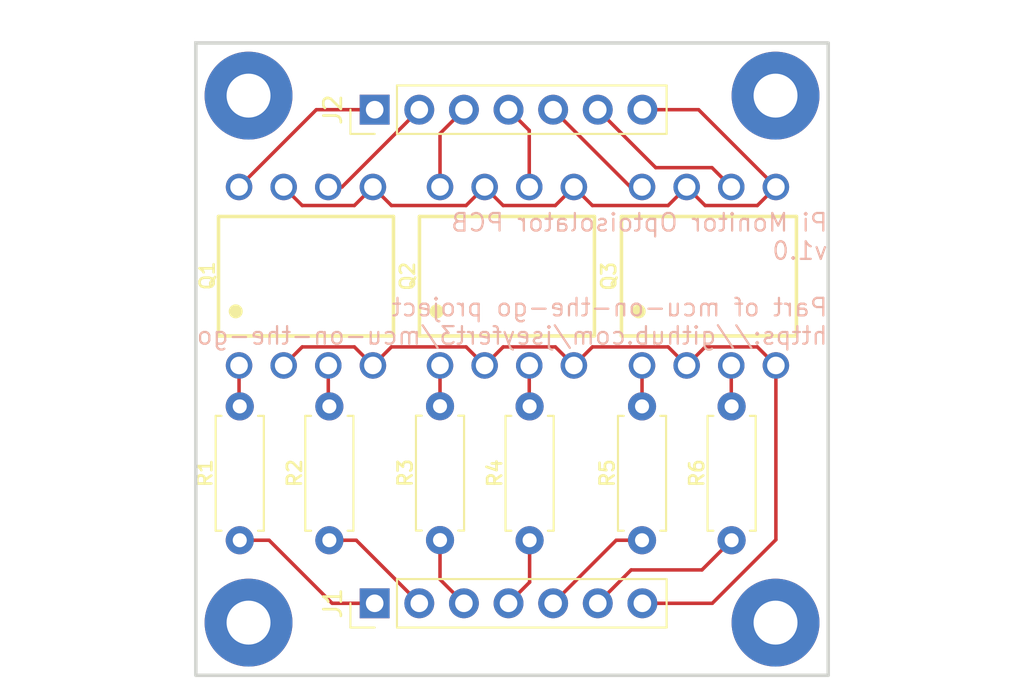
<source format=kicad_pcb>
(kicad_pcb (version 20241229) (generator "pcbnew") (generator_version "9.0")
  (title_block (title "Pi Monitor Optoisolator PCB") (date "2025-07-18") (rev "v1.0") (comment 1 "See details at https://github.com/jseyfert3/mcu-on-the-go") (comment 2 "Released under GPL-3.0-or-later license") (comment 3 "Copyright 2025 Jonathan Seyfert"))
  (layers (0 "F.Cu" signal) (2 "B.Cu" signal) (13 "F.Paste" user) (15 "B.Paste" user) (5 "F.SilkS" user "F.Silkscreen") (7 "B.SilkS" user "B.Silkscreen") (1 "F.Mask" user) (3 "B.Mask" user) (25 "Edge.Cuts" user))
  (net 0 "")
  (net 1 "Net-(J2-Pin_2)")
  (net 2 "Net-(J2-Pin_4)")
  (net 3 "Net-(J2-Pin_5)")
  (net 4 "Net-(J2-Pin_6)")
  (net 5 "Net-(J2-Pin_3)")
  (net 6 "Net-(J2-Pin_1)")
  (net 7 "GND1")
  (net 8 "Net-(J1-Pin_5)")
  (net 9 "Net-(J1-Pin_1)")
  (net 10 "Net-(J1-Pin_4)")
  (net 11 "Net-(J1-Pin_3)")
  (net 12 "Net-(J1-Pin_2)")
  (net 13 "GND")
  (net 14 "Net-(J1-Pin_6)")
  (net 15 "Net-(Q1-Pad1)")
  (net 16 "Net-(Q1-Pad3)")
  (net 17 "Net-(Q2-Pad3)")
  (net 18 "Net-(Q2-Pad1)")
  (net 19 "Net-(Q3-Pad3)")
  (net 20 "Net-(Q3-Pad1)")
  (footprint "Resistor_THT:R_Axial_DIN0207_L6.3mm_D2.5mm_P7.62mm_Horizontal" (layer "F.Cu") (at 51.5 90.31 90)
    (property "Reference" "R1" (at 3.82 -1.98 90) (layer "F.SilkS") (effects (font (size 0.8 0.8))))
    (property "Value" "330")
    (fp_line (start 7.08 -1.37) (end 7.08 -1.04) (stroke (width 0.12)) (layer "F.SilkS"))
    (fp_line (start 0.54 -1.37) (end 7.08 -1.37) (stroke (width 0.12)) (layer "F.SilkS"))
    (fp_line (start 0.54 -1.04) (end 0.54 -1.37) (stroke (width 0.12)) (layer "F.SilkS"))
    (fp_line (start 0.54 1.04) (end 0.54 1.37) (stroke (width 0.12)) (layer "F.SilkS"))
    (fp_line (start 7.08 1.37) (end 7.08 1.04) (stroke (width 0.12)) (layer "F.SilkS"))
    (fp_line (start 0.54 1.37) (end 7.08 1.37) (stroke (width 0.12)) (layer "F.SilkS"))
    (pad "1" thru_hole circle (at 0 0 90) (size 1.6 1.6) (drill 0.8) (layers "*.Cu" "*.Mask") (net 9 "Net-(J1-Pin_1)"))
    (pad "2" thru_hole circle (at 7.62 0 90) (size 1.6 1.6) (drill 0.8) (layers "*.Cu" "*.Mask") (net 15 "Net-(Q1-Pad1)"))
  )
  (footprint "Connector_PinHeader_2.54mm:PinHeader_1x07_P2.54mm_Vertical" (layer "F.Cu") (at 59.18 93.9 90)
    (property "Reference" "J1" (at 0 -2.38 90) (layer "F.SilkS"))
    (property "Value" "Conn_01x07_Pin" (hide yes))
    (fp_line (start -1.38 -1.38) (end 0 -1.38) (stroke (width 0.12)) (layer "F.SilkS"))
    (fp_line (start -1.38 0) (end -1.38 -1.38) (stroke (width 0.12)) (layer "F.SilkS"))
    (fp_line (start 1.38 1.27) (end 1.38 16.62) (stroke (width 0.12)) (layer "F.SilkS"))
    (fp_line (start -1.38 1.27) (end 1.38 1.27) (stroke (width 0.12)) (layer "F.SilkS"))
    (fp_line (start -1.38 1.27) (end -1.38 16.62) (stroke (width 0.12)) (layer "F.SilkS"))
    (fp_line (start -1.38 16.62) (end 1.38 16.62) (stroke (width 0.12)) (layer "F.SilkS"))
    (pad "1" thru_hole rect (at 0 0 90) (size 1.7 1.7) (drill 1) (layers "*.Cu" "*.Mask") (net 9 "Net-(J1-Pin_1)"))
    (pad "2" thru_hole circle (at 0 2.54 90) (size 1.7 1.7) (drill 1) (layers "*.Cu" "*.Mask") (net 12 "Net-(J1-Pin_2)"))
    (pad "3" thru_hole circle (at 0 5.08 90) (size 1.7 1.7) (drill 1) (layers "*.Cu" "*.Mask") (net 11 "Net-(J1-Pin_3)"))
    (pad "4" thru_hole circle (at 0 7.62 90) (size 1.7 1.7) (drill 1) (layers "*.Cu" "*.Mask") (net 10 "Net-(J1-Pin_4)"))
    (pad "5" thru_hole circle (at 0 10.16 90) (size 1.7 1.7) (drill 1) (layers "*.Cu" "*.Mask") (net 8 "Net-(J1-Pin_5)"))
    (pad "6" thru_hole circle (at 0 12.7 90) (size 1.7 1.7) (drill 1) (layers "*.Cu" "*.Mask") (net 14 "Net-(J1-Pin_6)"))
    (pad "7" thru_hole circle (at 0 15.24 90) (size 1.7 1.7) (drill 1) (layers "*.Cu" "*.Mask") (net 13 "GND"))
  )
  (footprint "MountingHole:MountingHole_2.5mm_Pad_TopBottom" (layer "F.Cu") (at 52 65)
    (property "Reference" "REF**" (hide yes))
    (property "Value" "MountingHole_2.5mm_Pad_TopBottom")
    (pad "1" thru_hole circle (at 0 0) (size 2.9 2.9) (drill 2.5) (layers "*.Cu" "*.Mask"))
    (pad "1" connect circle (at 0 0) (size 5 5) (layers "F.Cu" "F.Mask"))
    (pad "1" connect circle (at 0 0) (size 5 5) (layers "B.Cu" "B.Mask"))
  )
  (footprint "140827181010:WL-OCPT_DIP8_M-TYPE" (layer "F.Cu") (at 78.21 75.28)
    (property "Reference" "Q3" (at -5.7 0 90) (layer "F.SilkS") (effects (font (size 0.8 0.8))))
    (property "Value" "140827181010")
    (fp_line (start -4.98 -3.4) (end 4.98 -3.4) (stroke (width 0.2)) (layer "F.SilkS"))
    (fp_line (start -4.98 3.4) (end -4.98 -3.4) (stroke (width 0.2)) (layer "F.SilkS"))
    (fp_line (start 4.98 -3.4) (end 4.98 3.4) (stroke (width 0.2)) (layer "F.SilkS"))
    (fp_line (start 4.98 3.4) (end -4.98 3.4) (stroke (width 0.2)) (layer "F.SilkS"))
    (fp_circle (center -4 2) (end -3.8 2) (stroke (width 0.4)) (fill no) (layer "F.SilkS"))
    (pad "1" thru_hole circle (at -3.81 5.08) (size 1.508 1.508) (drill 1) (layers "*.Cu" "*.Mask") (net 20 "Net-(Q3-Pad1)"))
    (pad "2" thru_hole circle (at -1.27 5.08) (size 1.508 1.508) (drill 1) (layers "*.Cu" "*.Mask") (net 13 "GND"))
    (pad "3" thru_hole circle (at 1.27 5.08) (size 1.508 1.508) (drill 1) (layers "*.Cu" "*.Mask") (net 19 "Net-(Q3-Pad3)"))
    (pad "4" thru_hole circle (at 3.81 5.08) (size 1.508 1.508) (drill 1) (layers "*.Cu" "*.Mask") (net 13 "GND"))
    (pad "5" thru_hole circle (at 3.81 -5.08) (size 1.508 1.508) (drill 1) (layers "*.Cu" "*.Mask") (net 7 "GND1"))
    (pad "6" thru_hole circle (at 1.27 -5.08) (size 1.508 1.508) (drill 1) (layers "*.Cu" "*.Mask") (net 4 "Net-(J2-Pin_6)"))
    (pad "7" thru_hole circle (at -1.27 -5.08) (size 1.508 1.508) (drill 1) (layers "*.Cu" "*.Mask") (net 7 "GND1"))
    (pad "8" thru_hole circle (at -3.81 -5.08) (size 1.508 1.508) (drill 1) (layers "*.Cu" "*.Mask") (net 3 "Net-(J2-Pin_5)"))
  )
  (footprint "Connector_PinHeader_2.54mm:PinHeader_1x07_P2.54mm_Vertical" (layer "F.Cu") (at 59.18 65.8 90)
    (property "Reference" "J2" (at 0 -2.38 90) (layer "F.SilkS"))
    (property "Value" "Conn_01x07_Pin")
    (fp_line (start -1.38 -1.38) (end 0 -1.38) (stroke (width 0.12)) (layer "F.SilkS"))
    (fp_line (start -1.38 0) (end -1.38 -1.38) (stroke (width 0.12)) (layer "F.SilkS"))
    (fp_line (start 1.38 1.27) (end 1.38 16.62) (stroke (width 0.12)) (layer "F.SilkS"))
    (fp_line (start -1.38 1.27) (end 1.38 1.27) (stroke (width 0.12)) (layer "F.SilkS"))
    (fp_line (start -1.38 1.27) (end -1.38 16.62) (stroke (width 0.12)) (layer "F.SilkS"))
    (fp_line (start -1.38 16.62) (end 1.38 16.62) (stroke (width 0.12)) (layer "F.SilkS"))
    (pad "1" thru_hole rect (at 0 0 90) (size 1.7 1.7) (drill 1) (layers "*.Cu" "*.Mask") (net 6 "Net-(J2-Pin_1)"))
    (pad "2" thru_hole circle (at 0 2.54 90) (size 1.7 1.7) (drill 1) (layers "*.Cu" "*.Mask") (net 1 "Net-(J2-Pin_2)"))
    (pad "3" thru_hole circle (at 0 5.08 90) (size 1.7 1.7) (drill 1) (layers "*.Cu" "*.Mask") (net 5 "Net-(J2-Pin_3)"))
    (pad "4" thru_hole circle (at 0 7.62 90) (size 1.7 1.7) (drill 1) (layers "*.Cu" "*.Mask") (net 2 "Net-(J2-Pin_4)"))
    (pad "5" thru_hole circle (at 0 10.16 90) (size 1.7 1.7) (drill 1) (layers "*.Cu" "*.Mask") (net 3 "Net-(J2-Pin_5)"))
    (pad "6" thru_hole circle (at 0 12.7 90) (size 1.7 1.7) (drill 1) (layers "*.Cu" "*.Mask") (net 4 "Net-(J2-Pin_6)"))
    (pad "7" thru_hole circle (at 0 15.24 90) (size 1.7 1.7) (drill 1) (layers "*.Cu" "*.Mask") (net 7 "GND1"))
  )
  (footprint "Resistor_THT:R_Axial_DIN0207_L6.3mm_D2.5mm_P7.62mm_Horizontal" (layer "F.Cu") (at 79.5 90.31 90)
    (property "Reference" "R6" (at 3.82 -1.98 90) (layer "F.SilkS") (effects (font (size 0.8 0.8))))
    (property "Value" "330")
    (fp_line (start 7.08 -1.37) (end 7.08 -1.04) (stroke (width 0.12)) (layer "F.SilkS"))
    (fp_line (start 0.54 -1.37) (end 7.08 -1.37) (stroke (width 0.12)) (layer "F.SilkS"))
    (fp_line (start 0.54 -1.04) (end 0.54 -1.37) (stroke (width 0.12)) (layer "F.SilkS"))
    (fp_line (start 0.54 1.04) (end 0.54 1.37) (stroke (width 0.12)) (layer "F.SilkS"))
    (fp_line (start 7.08 1.37) (end 7.08 1.04) (stroke (width 0.12)) (layer "F.SilkS"))
    (fp_line (start 0.54 1.37) (end 7.08 1.37) (stroke (width 0.12)) (layer "F.SilkS"))
    (pad "1" thru_hole circle (at 0 0 90) (size 1.6 1.6) (drill 0.8) (layers "*.Cu" "*.Mask") (net 14 "Net-(J1-Pin_6)"))
    (pad "2" thru_hole circle (at 7.62 0 90) (size 1.6 1.6) (drill 0.8) (layers "*.Cu" "*.Mask") (net 19 "Net-(Q3-Pad3)"))
  )
  (footprint "140827181010:WL-OCPT_DIP8_M-TYPE" (layer "F.Cu") (at 55.27 75.28)
    (property "Reference" "Q1" (at -5.62 -0.03 90) (layer "F.SilkS") (effects (font (size 0.8 0.8))))
    (property "Value" "140827181010")
    (fp_line (start -4.98 -3.4) (end 4.98 -3.4) (stroke (width 0.2)) (layer "F.SilkS"))
    (fp_line (start -4.98 3.4) (end -4.98 -3.4) (stroke (width 0.2)) (layer "F.SilkS"))
    (fp_line (start 4.98 -3.4) (end 4.98 3.4) (stroke (width 0.2)) (layer "F.SilkS"))
    (fp_line (start 4.98 3.4) (end -4.98 3.4) (stroke (width 0.2)) (layer "F.SilkS"))
    (fp_circle (center -4 2) (end -3.8 2) (stroke (width 0.4)) (fill no) (layer "F.SilkS"))
    (pad "1" thru_hole circle (at -3.81 5.08) (size 1.508 1.508) (drill 1) (layers "*.Cu" "*.Mask") (net 15 "Net-(Q1-Pad1)"))
    (pad "2" thru_hole circle (at -1.27 5.08) (size 1.508 1.508) (drill 1) (layers "*.Cu" "*.Mask") (net 13 "GND"))
    (pad "3" thru_hole circle (at 1.27 5.08) (size 1.508 1.508) (drill 1) (layers "*.Cu" "*.Mask") (net 16 "Net-(Q1-Pad3)"))
    (pad "4" thru_hole circle (at 3.81 5.08) (size 1.508 1.508) (drill 1) (layers "*.Cu" "*.Mask") (net 13 "GND"))
    (pad "5" thru_hole circle (at 3.81 -5.08) (size 1.508 1.508) (drill 1) (layers "*.Cu" "*.Mask") (net 7 "GND1"))
    (pad "6" thru_hole circle (at 1.27 -5.08) (size 1.508 1.508) (drill 1) (layers "*.Cu" "*.Mask") (net 1 "Net-(J2-Pin_2)"))
    (pad "7" thru_hole circle (at -1.27 -5.08) (size 1.508 1.508) (drill 1) (layers "*.Cu" "*.Mask") (net 7 "GND1"))
    (pad "8" thru_hole circle (at -3.81 -5.08) (size 1.508 1.508) (drill 1) (layers "*.Cu" "*.Mask") (net 6 "Net-(J2-Pin_1)"))
  )
  (footprint "MountingHole:MountingHole_2.5mm_Pad_TopBottom" (layer "F.Cu") (at 52 95)
    (property "Reference" "REF**" (hide yes))
    (property "Value" "MountingHole_2.5mm_Pad_TopBottom")
    (pad "1" thru_hole circle (at 0 0) (size 2.9 2.9) (drill 2.5) (layers "*.Cu" "*.Mask"))
    (pad "1" connect circle (at 0 0) (size 5 5) (layers "F.Cu" "F.Mask"))
    (pad "1" connect circle (at 0 0) (size 5 5) (layers "B.Cu" "B.Mask"))
  )
  (footprint "MountingHole:MountingHole_2.5mm_Pad_TopBottom" (layer "F.Cu") (at 82 65)
    (property "Reference" "REF**" (hide yes))
    (property "Value" "MountingHole_2.5mm_Pad_TopBottom")
    (pad "1" thru_hole circle (at 0 0) (size 2.9 2.9) (drill 2.5) (layers "*.Cu" "*.Mask"))
    (pad "1" connect circle (at 0 0) (size 5 5) (layers "F.Cu" "F.Mask"))
    (pad "1" connect circle (at 0 0) (size 5 5) (layers "B.Cu" "B.Mask"))
  )
  (footprint "Resistor_THT:R_Axial_DIN0207_L6.3mm_D2.5mm_P7.62mm_Horizontal" (layer "F.Cu") (at 56.6 90.31 90)
    (property "Reference" "R2" (at 3.82 -1.98 90) (layer "F.SilkS") (effects (font (size 0.8 0.8))))
    (property "Value" "330")
    (fp_line (start 7.08 -1.37) (end 7.08 -1.04) (stroke (width 0.12)) (layer "F.SilkS"))
    (fp_line (start 0.54 -1.37) (end 7.08 -1.37) (stroke (width 0.12)) (layer "F.SilkS"))
    (fp_line (start 0.54 -1.04) (end 0.54 -1.37) (stroke (width 0.12)) (layer "F.SilkS"))
    (fp_line (start 0.54 1.04) (end 0.54 1.37) (stroke (width 0.12)) (layer "F.SilkS"))
    (fp_line (start 7.08 1.37) (end 7.08 1.04) (stroke (width 0.12)) (layer "F.SilkS"))
    (fp_line (start 0.54 1.37) (end 7.08 1.37) (stroke (width 0.12)) (layer "F.SilkS"))
    (pad "1" thru_hole circle (at 0 0 90) (size 1.6 1.6) (drill 0.8) (layers "*.Cu" "*.Mask") (net 12 "Net-(J1-Pin_2)"))
    (pad "2" thru_hole circle (at 7.62 0 90) (size 1.6 1.6) (drill 0.8) (layers "*.Cu" "*.Mask") (net 16 "Net-(Q1-Pad3)"))
  )
  (footprint "140827181010:WL-OCPT_DIP8_M-TYPE" (layer "F.Cu") (at 66.71 75.28)
    (property "Reference" "Q2" (at -5.66 0 90) (layer "F.SilkS") (effects (font (size 0.8 0.8))))
    (property "Value" "140827181010")
    (fp_line (start -4.98 -3.4) (end 4.98 -3.4) (stroke (width 0.2)) (layer "F.SilkS"))
    (fp_line (start -4.98 3.4) (end -4.98 -3.4) (stroke (width 0.2)) (layer "F.SilkS"))
    (fp_line (start 4.98 -3.4) (end 4.98 3.4) (stroke (width 0.2)) (layer "F.SilkS"))
    (fp_line (start 4.98 3.4) (end -4.98 3.4) (stroke (width 0.2)) (layer "F.SilkS"))
    (fp_circle (center -4 2) (end -3.8 2) (stroke (width 0.4)) (fill no) (layer "F.SilkS"))
    (pad "1" thru_hole circle (at -3.81 5.08) (size 1.508 1.508) (drill 1) (layers "*.Cu" "*.Mask") (net 18 "Net-(Q2-Pad1)"))
    (pad "2" thru_hole circle (at -1.27 5.08) (size 1.508 1.508) (drill 1) (layers "*.Cu" "*.Mask") (net 13 "GND"))
    (pad "3" thru_hole circle (at 1.27 5.08) (size 1.508 1.508) (drill 1) (layers "*.Cu" "*.Mask") (net 17 "Net-(Q2-Pad3)"))
    (pad "4" thru_hole circle (at 3.81 5.08) (size 1.508 1.508) (drill 1) (layers "*.Cu" "*.Mask") (net 13 "GND"))
    (pad "5" thru_hole circle (at 3.81 -5.08) (size 1.508 1.508) (drill 1) (layers "*.Cu" "*.Mask") (net 7 "GND1"))
    (pad "6" thru_hole circle (at 1.27 -5.08) (size 1.508 1.508) (drill 1) (layers "*.Cu" "*.Mask") (net 2 "Net-(J2-Pin_4)"))
    (pad "7" thru_hole circle (at -1.27 -5.08) (size 1.508 1.508) (drill 1) (layers "*.Cu" "*.Mask") (net 7 "GND1"))
    (pad "8" thru_hole circle (at -3.81 -5.08) (size 1.508 1.508) (drill 1) (layers "*.Cu" "*.Mask") (net 5 "Net-(J2-Pin_3)"))
  )
  (footprint "Resistor_THT:R_Axial_DIN0207_L6.3mm_D2.5mm_P7.62mm_Horizontal" (layer "F.Cu") (at 62.9 90.3 90)
    (property "Reference" "R3" (at 3.82 -1.98 90) (layer "F.SilkS") (effects (font (size 0.8 0.8))))
    (property "Value" "330")
    (fp_line (start 7.08 -1.37) (end 7.08 -1.04) (stroke (width 0.12)) (layer "F.SilkS"))
    (fp_line (start 0.54 -1.37) (end 7.08 -1.37) (stroke (width 0.12)) (layer "F.SilkS"))
    (fp_line (start 0.54 -1.04) (end 0.54 -1.37) (stroke (width 0.12)) (layer "F.SilkS"))
    (fp_line (start 0.54 1.04) (end 0.54 1.37) (stroke (width 0.12)) (layer "F.SilkS"))
    (fp_line (start 7.08 1.37) (end 7.08 1.04) (stroke (width 0.12)) (layer "F.SilkS"))
    (fp_line (start 0.54 1.37) (end 7.08 1.37) (stroke (width 0.12)) (layer "F.SilkS"))
    (pad "1" thru_hole circle (at 0 0 90) (size 1.6 1.6) (drill 0.8) (layers "*.Cu" "*.Mask") (net 11 "Net-(J1-Pin_3)"))
    (pad "2" thru_hole circle (at 7.62 0 90) (size 1.6 1.6) (drill 0.8) (layers "*.Cu" "*.Mask") (net 18 "Net-(Q2-Pad1)"))
  )
  (footprint "MountingHole:MountingHole_2.5mm_Pad_TopBottom" (layer "F.Cu") (at 82 95)
    (property "Reference" "REF**" (hide yes))
    (property "Value" "MountingHole_2.5mm_Pad_TopBottom")
    (pad "1" thru_hole circle (at 0 0) (size 2.9 2.9) (drill 2.5) (layers "*.Cu" "*.Mask"))
    (pad "1" connect circle (at 0 0) (size 5 5) (layers "F.Cu" "F.Mask"))
    (pad "1" connect circle (at 0 0) (size 5 5) (layers "B.Cu" "B.Mask"))
  )
  (footprint "Resistor_THT:R_Axial_DIN0207_L6.3mm_D2.5mm_P7.62mm_Horizontal" (layer "F.Cu") (at 74.4 90.31 90)
    (property "Reference" "R5" (at 3.82 -1.98 90) (layer "F.SilkS") (effects (font (size 0.8 0.8))))
    (property "Value" "330")
    (fp_line (start 7.08 -1.37) (end 7.08 -1.04) (stroke (width 0.12)) (layer "F.SilkS"))
    (fp_line (start 0.54 -1.37) (end 7.08 -1.37) (stroke (width 0.12)) (layer "F.SilkS"))
    (fp_line (start 0.54 -1.04) (end 0.54 -1.37) (stroke (width 0.12)) (layer "F.SilkS"))
    (fp_line (start 0.54 1.04) (end 0.54 1.37) (stroke (width 0.12)) (layer "F.SilkS"))
    (fp_line (start 7.08 1.37) (end 7.08 1.04) (stroke (width 0.12)) (layer "F.SilkS"))
    (fp_line (start 0.54 1.37) (end 7.08 1.37) (stroke (width 0.12)) (layer "F.SilkS"))
    (pad "1" thru_hole circle (at 0 0 90) (size 1.6 1.6) (drill 0.8) (layers "*.Cu" "*.Mask") (net 8 "Net-(J1-Pin_5)"))
    (pad "2" thru_hole circle (at 7.62 0 90) (size 1.6 1.6) (drill 0.8) (layers "*.Cu" "*.Mask") (net 20 "Net-(Q3-Pad1)"))
  )
  (footprint "Resistor_THT:R_Axial_DIN0207_L6.3mm_D2.5mm_P7.62mm_Horizontal" (layer "F.Cu") (at 68 90.31 90)
    (property "Reference" "R4" (at 3.82 -1.98 90) (layer "F.SilkS") (effects (font (size 0.8 0.8))))
    (property "Value" "330")
    (fp_line (start 7.08 -1.37) (end 7.08 -1.04) (stroke (width 0.12)) (layer "F.SilkS"))
    (fp_line (start 0.54 -1.37) (end 7.08 -1.37) (stroke (width 0.12)) (layer "F.SilkS"))
    (fp_line (start 0.54 -1.04) (end 0.54 -1.37) (stroke (width 0.12)) (layer "F.SilkS"))
    (fp_line (start 0.54 1.04) (end 0.54 1.37) (stroke (width 0.12)) (layer "F.SilkS"))
    (fp_line (start 7.08 1.37) (end 7.08 1.04) (stroke (width 0.12)) (layer "F.SilkS"))
    (fp_line (start 0.54 1.37) (end 7.08 1.37) (stroke (width 0.12)) (layer "F.SilkS"))
    (pad "1" thru_hole circle (at 0 0 90) (size 1.6 1.6) (drill 0.8) (layers "*.Cu" "*.Mask") (net 10 "Net-(J1-Pin_4)"))
    (pad "2" thru_hole circle (at 7.62 0 90) (size 1.6 1.6) (drill 0.8) (layers "*.Cu" "*.Mask") (net 17 "Net-(Q2-Pad3)"))
  )
  (gr_rect (start 49 62) (end 85 98) (stroke (width 0.2)) (fill no) (layer "Edge.Cuts"))
  (gr_text "Pi Monitor Optoisolator PCB\nv1.0\n\nPart of mcu-on-the-go project\nhttps://github.com/jseyfert3/mcu-on-the-go" (at 85.04 79.25 0) (layer "B.SilkS") (effects (font (size 1 1) (thickness 0.127)) (justify left bottom mirror)))
  (segment (start 57.32 70.2) (end 61.72 65.8) (width 0.2) (layer "F.Cu") (net 1))
  (segment (start 56.54 70.2) (end 57.32 70.2) (width 0.2) (layer "F.Cu") (net 1))
  (segment (start 67.98 66.98) (end 66.8 65.8) (width 0.2) (layer "F.Cu") (net 2))
  (segment (start 67.98 70.2) (end 67.98 66.98) (width 0.2) (layer "F.Cu") (net 2))
  (segment (start 74.4 70.2) (end 73.74 70.2) (width 0.2) (layer "F.Cu") (net 3))
  (segment (start 73.74 70.2) (end 69.34 65.8) (width 0.2) (layer "F.Cu") (net 3))
  (segment (start 75.18 69.1) (end 71.88 65.8) (width 0.2) (layer "F.Cu") (net 4))
  (segment (start 78.38 69.1) (end 75.18 69.1) (width 0.2) (layer "F.Cu") (net 4))
  (segment (start 79.48 70.2) (end 78.38 69.1) (width 0.2) (layer "F.Cu") (net 4))
  (segment (start 62.9 70.2) (end 62.9 67.16) (width 0.2) (layer "F.Cu") (net 5))
  (segment (start 62.9 67.16) (end 64.26 65.8) (width 0.2) (layer "F.Cu") (net 5))
  (segment (start 55.86 65.8) (end 59.18 65.8) (width 0.2) (layer "F.Cu") (net 6))
  (segment (start 51.46 70.2) (end 55.86 65.8) (width 0.2) (layer "F.Cu") (net 6))
  (segment (start 70.52 70.2) (end 71.575 71.255) (width 0.2) (layer "F.Cu") (net 7))
  (segment (start 75.885 71.255) (end 76.94 70.2) (width 0.2) (layer "F.Cu") (net 7))
  (segment (start 55.055 71.255) (end 58.025 71.255) (width 0.2) (layer "F.Cu") (net 7))
  (segment (start 69.465 71.255) (end 70.52 70.2) (width 0.2) (layer "F.Cu") (net 7))
  (segment (start 77.62 65.8) (end 82.02 70.2) (width 0.2) (layer "F.Cu") (net 7))
  (segment (start 76.94 70.2) (end 77.995 71.255) (width 0.2) (layer "F.Cu") (net 7))
  (segment (start 54 70.2) (end 55.055 71.255) (width 0.2) (layer "F.Cu") (net 7))
  (segment (start 74.42 65.8) (end 77.62 65.8) (width 0.2) (layer "F.Cu") (net 7))
  (segment (start 59.08 70.2) (end 60.135 71.255) (width 0.2) (layer "F.Cu") (net 7))
  (segment (start 77.995 71.255) (end 80.965 71.255) (width 0.2) (layer "F.Cu") (net 7))
  (segment (start 71.575 71.255) (end 75.885 71.255) (width 0.2) (layer "F.Cu") (net 7))
  (segment (start 70.52 69.98) (end 70.7 69.8) (width 0.2) (layer "F.Cu") (net 7))
  (segment (start 60.135 71.255) (end 64.385 71.255) (width 0.2) (layer "F.Cu") (net 7))
  (segment (start 66.495 71.255) (end 69.465 71.255) (width 0.2) (layer "F.Cu") (net 7))
  (segment (start 58.025 71.255) (end 59.08 70.2) (width 0.2) (layer "F.Cu") (net 7))
  (segment (start 64.385 71.255) (end 65.44 70.2) (width 0.2) (layer "F.Cu") (net 7))
  (segment (start 80.965 71.255) (end 82.02 70.2) (width 0.2) (layer "F.Cu") (net 7))
  (segment (start 65.44 70.2) (end 66.495 71.255) (width 0.2) (layer "F.Cu") (net 7))
  (segment (start 69.34 93.9) (end 72.93 90.31) (width 0.2) (layer "F.Cu") (net 8))
  (segment (start 72.93 90.31) (end 74.4 90.31) (width 0.2) (layer "F.Cu") (net 8))
  (segment (start 59.18 93.9) (end 56.76 93.9) (width 0.2) (layer "F.Cu") (net 9))
  (segment (start 56.76 93.9) (end 53.17 90.31) (width 0.2) (layer "F.Cu") (net 9))
  (segment (start 53.17 90.31) (end 51.5 90.31) (width 0.2) (layer "F.Cu") (net 9))
  (segment (start 66.8 93.9) (end 68 92.7) (width 0.2) (layer "F.Cu") (net 10))
  (segment (start 68 92.7) (end 68 90.31) (width 0.2) (layer "F.Cu") (net 10))
  (segment (start 62.9 92.54) (end 62.9 90.3) (width 0.2) (layer "F.Cu") (net 11))
  (segment (start 64.26 93.9) (end 62.9 92.54) (width 0.2) (layer "F.Cu") (net 11))
  (segment (start 61.72 93.9) (end 58.13 90.31) (width 0.2) (layer "F.Cu") (net 12))
  (segment (start 58.13 90.31) (end 56.6 90.31) (width 0.2) (layer "F.Cu") (net 12))
  (segment (start 66.495 79.305) (end 69.465 79.305) (width 0.2) (layer "F.Cu") (net 13))
  (segment (start 78.4 93.9) (end 82.02 90.28) (width 0.2) (layer "F.Cu") (net 13))
  (segment (start 69.465 79.305) (end 70.52 80.36) (width 0.2) (layer "F.Cu") (net 13))
  (segment (start 54 80.36) (end 55.055 79.305) (width 0.2) (layer "F.Cu") (net 13))
  (segment (start 71.575 79.305) (end 75.885 79.305) (width 0.2) (layer "F.Cu") (net 13))
  (segment (start 80.965 79.305) (end 82.02 80.36) (width 0.2) (layer "F.Cu") (net 13))
  (segment (start 75.885 79.305) (end 76.94 80.36) (width 0.2) (layer "F.Cu") (net 13))
  (segment (start 55.055 79.305) (end 58.025 79.305) (width 0.2) (layer "F.Cu") (net 13))
  (segment (start 64.385 79.305) (end 65.44 80.36) (width 0.2) (layer "F.Cu") (net 13))
  (segment (start 82.02 90.28) (end 82.02 80.36) (width 0.2) (layer "F.Cu") (net 13))
  (segment (start 76.94 80.36) (end 77.995 79.305) (width 0.2) (layer "F.Cu") (net 13))
  (segment (start 70.52 80.36) (end 71.575 79.305) (width 0.2) (layer "F.Cu") (net 13))
  (segment (start 77.995 79.305) (end 80.965 79.305) (width 0.2) (layer "F.Cu") (net 13))
  (segment (start 65.44 80.36) (end 66.495 79.305) (width 0.2) (layer "F.Cu") (net 13))
  (segment (start 59.08 80.36) (end 60.135 79.305) (width 0.2) (layer "F.Cu") (net 13))
  (segment (start 74.42 93.9) (end 78.4 93.9) (width 0.2) (layer "F.Cu") (net 13))
  (segment (start 60.135 79.305) (end 64.385 79.305) (width 0.2) (layer "F.Cu") (net 13))
  (segment (start 58.025 79.305) (end 59.08 80.36) (width 0.2) (layer "F.Cu") (net 13))
  (segment (start 73.78 92) (end 77.81 92) (width 0.2) (layer "F.Cu") (net 14))
  (segment (start 71.88 93.9) (end 73.78 92) (width 0.2) (layer "F.Cu") (net 14))
  (segment (start 77.81 92) (end 79.5 90.31) (width 0.2) (layer "F.Cu") (net 14))
  (segment (start 51.46 82.65) (end 51.5 82.69) (width 0.2) (layer "F.Cu") (net 15))
  (segment (start 51.46 80.36) (end 51.46 82.65) (width 0.2) (layer "F.Cu") (net 15))
  (segment (start 56.54 82.63) (end 56.6 82.69) (width 0.2) (layer "F.Cu") (net 16))
  (segment (start 56.54 80.36) (end 56.54 82.63) (width 0.2) (layer "F.Cu") (net 16))
  (segment (start 67.98 82.67) (end 68 82.69) (width 0.2) (layer "F.Cu") (net 17))
  (segment (start 67.98 80.36) (end 67.98 82.67) (width 0.2) (layer "F.Cu") (net 17))
  (segment (start 62.9 80.36) (end 62.9 82.68) (width 0.2) (layer "F.Cu") (net 18))
  (segment (start 79.48 80.36) (end 79.48 82.67) (width 0.2) (layer "F.Cu") (net 19))
  (segment (start 79.48 82.67) (end 79.5 82.69) (width 0.2) (layer "F.Cu") (net 19))
  (segment (start 74.4 80.36) (end 74.4 82.69) (width 0.2) (layer "F.Cu") (net 20))
)
</source>
